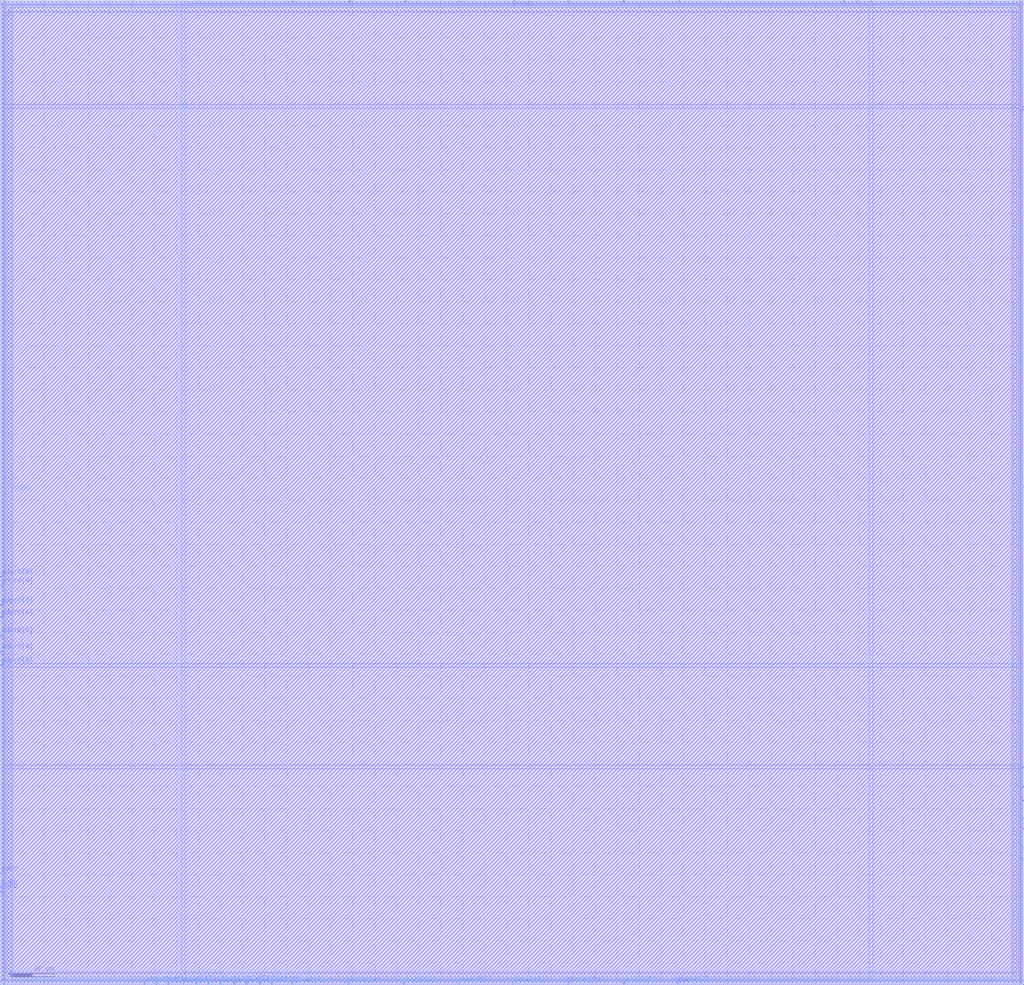
<source format=lef>
VERSION 5.4 ;
NAMESCASESENSITIVE ON ;
BUSBITCHARS "[]" ;
DIVIDERCHAR "/" ;
UNITS
  DATABASE MICRONS 2000 ;
END UNITS
MACRO sky130_sram_1kbyte_1rw1r_8x1024_8
   CLASS BLOCK ;
   SIZE 464.82 BY 447.14 ;
   SYMMETRY X Y R90 ;
   PIN din0[0]
      DIRECTION INPUT ;
      PORT
         LAYER met4 ;
         RECT  82.96 0.0 83.34 1.06 ;
      END
   END din0[0]
   PIN din0[1]
      DIRECTION INPUT ;
      PORT
         LAYER met4 ;
         RECT  89.08 0.0 89.46 1.06 ;
      END
   END din0[1]
   PIN din0[2]
      DIRECTION INPUT ;
      PORT
         LAYER met4 ;
         RECT  94.52 0.0 94.9 1.06 ;
      END
   END din0[2]
   PIN din0[3]
      DIRECTION INPUT ;
      PORT
         LAYER met4 ;
         RECT  99.96 0.0 100.34 1.06 ;
      END
   END din0[3]
   PIN din0[4]
      DIRECTION INPUT ;
      PORT
         LAYER met4 ;
         RECT  106.08 0.0 106.46 1.06 ;
      END
   END din0[4]
   PIN din0[5]
      DIRECTION INPUT ;
      PORT
         LAYER met4 ;
         RECT  111.52 0.0 111.9 1.06 ;
      END
   END din0[5]
   PIN din0[6]
      DIRECTION INPUT ;
      PORT
         LAYER met4 ;
         RECT  117.64 0.0 118.02 1.06 ;
      END
   END din0[6]
   PIN din0[7]
      DIRECTION INPUT ;
      PORT
         LAYER met4 ;
         RECT  123.08 0.0 123.46 1.06 ;
      END
   END din0[7]
   PIN addr0[0]
      DIRECTION INPUT ;
      PORT
         LAYER met4 ;
         RECT  65.28 0.0 65.66 1.06 ;
      END
   END addr0[0]
   PIN addr0[1]
      DIRECTION INPUT ;
      PORT
         LAYER met4 ;
         RECT  70.72 0.0 71.1 1.06 ;
      END
   END addr0[1]
   PIN addr0[2]
      DIRECTION INPUT ;
      PORT
         LAYER met4 ;
         RECT  76.16 0.0 76.54 1.06 ;
      END
   END addr0[2]
   PIN addr0[3]
      DIRECTION INPUT ;
      PORT
         LAYER met3 ;
         RECT  0.0 144.84 1.06 145.22 ;
      END
   END addr0[3]
   PIN addr0[4]
      DIRECTION INPUT ;
      PORT
         LAYER met3 ;
         RECT  0.0 150.96 1.06 151.34 ;
      END
   END addr0[4]
   PIN addr0[5]
      DIRECTION INPUT ;
      PORT
         LAYER met3 ;
         RECT  0.0 158.44 1.06 158.82 ;
      END
   END addr0[5]
   PIN addr0[6]
      DIRECTION INPUT ;
      PORT
         LAYER met3 ;
         RECT  0.0 166.6 1.06 166.98 ;
      END
   END addr0[6]
   PIN addr0[7]
      DIRECTION INPUT ;
      PORT
         LAYER met3 ;
         RECT  0.0 172.04 1.06 172.42 ;
      END
   END addr0[7]
   PIN addr0[8]
      DIRECTION INPUT ;
      PORT
         LAYER met3 ;
         RECT  0.0 180.88 1.06 181.26 ;
      END
   END addr0[8]
   PIN addr0[9]
      DIRECTION INPUT ;
      PORT
         LAYER met3 ;
         RECT  0.0 184.96 1.06 185.34 ;
      END
   END addr0[9]
   PIN addr1[0]
      DIRECTION INPUT ;
      PORT
         LAYER met4 ;
         RECT  395.08 446.08 395.46 447.14 ;
      END
   END addr1[0]
   PIN addr1[1]
      DIRECTION INPUT ;
      PORT
         LAYER met4 ;
         RECT  388.96 446.08 389.34 447.14 ;
      END
   END addr1[1]
   PIN addr1[2]
      DIRECTION INPUT ;
      PORT
         LAYER met4 ;
         RECT  382.84 446.08 383.22 447.14 ;
      END
   END addr1[2]
   PIN addr1[3]
      DIRECTION INPUT ;
      PORT
         LAYER met3 ;
         RECT  463.76 98.6 464.82 98.98 ;
      END
   END addr1[3]
   PIN addr1[4]
      DIRECTION INPUT ;
      PORT
         LAYER met3 ;
         RECT  463.76 89.76 464.82 90.14 ;
      END
   END addr1[4]
   PIN addr1[5]
      DIRECTION INPUT ;
      PORT
         LAYER met3 ;
         RECT  463.76 83.64 464.82 84.02 ;
      END
   END addr1[5]
   PIN addr1[6]
      DIRECTION INPUT ;
      PORT
         LAYER met3 ;
         RECT  463.76 75.48 464.82 75.86 ;
      END
   END addr1[6]
   PIN addr1[7]
      DIRECTION INPUT ;
      PORT
         LAYER met3 ;
         RECT  463.76 70.72 464.82 71.1 ;
      END
   END addr1[7]
   PIN addr1[8]
      DIRECTION INPUT ;
      PORT
         LAYER met3 ;
         RECT  463.76 61.88 464.82 62.26 ;
      END
   END addr1[8]
   PIN addr1[9]
      DIRECTION INPUT ;
      PORT
         LAYER met3 ;
         RECT  463.76 56.44 464.82 56.82 ;
      END
   END addr1[9]
   PIN csb0
      DIRECTION INPUT ;
      PORT
         LAYER met3 ;
         RECT  0.0 42.16 1.06 42.54 ;
      END
   END csb0
   PIN csb1
      DIRECTION INPUT ;
      PORT
         LAYER met3 ;
         RECT  463.76 398.48 464.82 398.86 ;
      END
   END csb1
   PIN web0
      DIRECTION INPUT ;
      PORT
         LAYER met3 ;
         RECT  0.0 50.32 1.06 50.7 ;
      END
   END web0
   PIN clk0
      DIRECTION INPUT ;
      PORT
         LAYER met3 ;
         RECT  0.0 44.2 1.06 44.58 ;
      END
   END clk0
   PIN clk1
      DIRECTION INPUT ;
      PORT
         LAYER met3 ;
         RECT  463.76 397.12 464.82 397.5 ;
      END
   END clk1
   PIN dout0[0]
      DIRECTION OUTPUT ;
      PORT
         LAYER met4 ;
         RECT  132.6 0.0 132.98 1.06 ;
      END
   END dout0[0]
   PIN dout0[1]
      DIRECTION OUTPUT ;
      PORT
         LAYER met4 ;
         RECT  157.76 0.0 158.14 1.06 ;
      END
   END dout0[1]
   PIN dout0[2]
      DIRECTION OUTPUT ;
      PORT
         LAYER met4 ;
         RECT  182.92 0.0 183.3 1.06 ;
      END
   END dout0[2]
   PIN dout0[3]
      DIRECTION OUTPUT ;
      PORT
         LAYER met4 ;
         RECT  208.08 0.0 208.46 1.06 ;
      END
   END dout0[3]
   PIN dout0[4]
      DIRECTION OUTPUT ;
      PORT
         LAYER met4 ;
         RECT  232.56 0.0 232.94 1.06 ;
      END
   END dout0[4]
   PIN dout0[5]
      DIRECTION OUTPUT ;
      PORT
         LAYER met4 ;
         RECT  257.72 0.0 258.1 1.06 ;
      END
   END dout0[5]
   PIN dout0[6]
      DIRECTION OUTPUT ;
      PORT
         LAYER met4 ;
         RECT  282.88 0.0 283.26 1.06 ;
      END
   END dout0[6]
   PIN dout0[7]
      DIRECTION OUTPUT ;
      PORT
         LAYER met4 ;
         RECT  307.36 0.0 307.74 1.06 ;
      END
   END dout0[7]
   PIN dout1[0]
      DIRECTION OUTPUT ;
      PORT
         LAYER met4 ;
         RECT  132.6 446.08 132.98 447.14 ;
      END
   END dout1[0]
   PIN dout1[1]
      DIRECTION OUTPUT ;
      PORT
         LAYER met4 ;
         RECT  158.44 446.08 158.82 447.14 ;
      END
   END dout1[1]
   PIN dout1[2]
      DIRECTION OUTPUT ;
      PORT
         LAYER met4 ;
         RECT  183.6 446.08 183.98 447.14 ;
      END
   END dout1[2]
   PIN dout1[3]
      DIRECTION OUTPUT ;
      PORT
         LAYER met4 ;
         RECT  208.08 446.08 208.46 447.14 ;
      END
   END dout1[3]
   PIN dout1[4]
      DIRECTION OUTPUT ;
      PORT
         LAYER met4 ;
         RECT  233.24 446.08 233.62 447.14 ;
      END
   END dout1[4]
   PIN dout1[5]
      DIRECTION OUTPUT ;
      PORT
         LAYER met4 ;
         RECT  257.72 446.08 258.1 447.14 ;
      END
   END dout1[5]
   PIN dout1[6]
      DIRECTION OUTPUT ;
      PORT
         LAYER met4 ;
         RECT  282.88 446.08 283.26 447.14 ;
      END
   END dout1[6]
   PIN dout1[7]
      DIRECTION OUTPUT ;
      PORT
         LAYER met4 ;
         RECT  308.04 446.08 308.42 447.14 ;
      END
   END dout1[7]
   PIN vccd1
      DIRECTION INOUT ;
      USE POWER ; 
      SHAPE ABUTMENT ; 
      PORT
         LAYER met3 ;
         RECT  3.4 3.4 461.42 5.14 ;
         LAYER met3 ;
         RECT  3.4 442.0 461.42 443.74 ;
         LAYER met4 ;
         RECT  459.68 3.4 461.42 443.74 ;
         LAYER met4 ;
         RECT  3.4 3.4 5.14 443.74 ;
      END
   END vccd1
   PIN vssd1
      DIRECTION INOUT ;
      USE GROUND ; 
      SHAPE ABUTMENT ; 
      PORT
         LAYER met3 ;
         RECT  0.0 0.0 464.82 1.74 ;
         LAYER met4 ;
         RECT  0.0 0.0 1.74 447.14 ;
         LAYER met4 ;
         RECT  463.08 0.0 464.82 447.14 ;
         LAYER met3 ;
         RECT  0.0 445.4 464.82 447.14 ;
      END
   END vssd1
   OBS
   LAYER  met1 ;
      RECT  0.62 0.62 464.2 446.52 ;
   LAYER  met2 ;
      RECT  0.62 0.62 464.2 446.52 ;
   LAYER  met3 ;
      RECT  1.66 144.24 464.2 145.82 ;
      RECT  0.62 145.82 1.66 150.36 ;
      RECT  0.62 151.94 1.66 157.84 ;
      RECT  0.62 159.42 1.66 166.0 ;
      RECT  0.62 167.58 1.66 171.44 ;
      RECT  0.62 173.02 1.66 180.28 ;
      RECT  0.62 181.86 1.66 184.36 ;
      RECT  1.66 98.0 463.16 99.58 ;
      RECT  1.66 99.58 463.16 144.24 ;
      RECT  463.16 99.58 464.2 144.24 ;
      RECT  463.16 90.74 464.2 98.0 ;
      RECT  463.16 84.62 464.2 89.16 ;
      RECT  463.16 76.46 464.2 83.04 ;
      RECT  463.16 71.7 464.2 74.88 ;
      RECT  463.16 62.86 464.2 70.12 ;
      RECT  463.16 57.42 464.2 61.28 ;
      RECT  1.66 145.82 463.16 397.88 ;
      RECT  1.66 397.88 463.16 399.46 ;
      RECT  0.62 51.3 1.66 144.24 ;
      RECT  0.62 43.14 1.66 43.6 ;
      RECT  0.62 45.18 1.66 49.72 ;
      RECT  463.16 145.82 464.2 396.52 ;
      RECT  1.66 2.8 2.8 5.74 ;
      RECT  1.66 5.74 2.8 98.0 ;
      RECT  2.8 5.74 462.02 98.0 ;
      RECT  462.02 2.8 463.16 5.74 ;
      RECT  462.02 5.74 463.16 98.0 ;
      RECT  1.66 399.46 2.8 441.4 ;
      RECT  1.66 441.4 2.8 444.34 ;
      RECT  2.8 399.46 462.02 441.4 ;
      RECT  462.02 399.46 463.16 441.4 ;
      RECT  462.02 441.4 463.16 444.34 ;
      RECT  463.16 2.34 464.2 55.84 ;
      RECT  0.62 2.34 1.66 41.56 ;
      RECT  1.66 2.34 2.8 2.8 ;
      RECT  2.8 2.34 462.02 2.8 ;
      RECT  462.02 2.34 463.16 2.8 ;
      RECT  0.62 185.94 1.66 444.8 ;
      RECT  463.16 399.46 464.2 444.8 ;
      RECT  1.66 444.34 2.8 444.8 ;
      RECT  2.8 444.34 462.02 444.8 ;
      RECT  462.02 444.34 463.16 444.8 ;
   LAYER  met4 ;
      RECT  82.36 1.66 83.94 446.52 ;
      RECT  83.94 0.62 88.48 1.66 ;
      RECT  90.06 0.62 93.92 1.66 ;
      RECT  95.5 0.62 99.36 1.66 ;
      RECT  100.94 0.62 105.48 1.66 ;
      RECT  107.06 0.62 110.92 1.66 ;
      RECT  112.5 0.62 117.04 1.66 ;
      RECT  118.62 0.62 122.48 1.66 ;
      RECT  66.26 0.62 70.12 1.66 ;
      RECT  71.7 0.62 75.56 1.66 ;
      RECT  77.14 0.62 82.36 1.66 ;
      RECT  83.94 1.66 394.48 445.48 ;
      RECT  394.48 1.66 396.06 445.48 ;
      RECT  389.94 445.48 394.48 446.52 ;
      RECT  383.82 445.48 388.36 446.52 ;
      RECT  124.06 0.62 132.0 1.66 ;
      RECT  133.58 0.62 157.16 1.66 ;
      RECT  158.74 0.62 182.32 1.66 ;
      RECT  183.9 0.62 207.48 1.66 ;
      RECT  209.06 0.62 231.96 1.66 ;
      RECT  233.54 0.62 257.12 1.66 ;
      RECT  258.7 0.62 282.28 1.66 ;
      RECT  283.86 0.62 306.76 1.66 ;
      RECT  83.94 445.48 132.0 446.52 ;
      RECT  133.58 445.48 157.84 446.52 ;
      RECT  159.42 445.48 183.0 446.52 ;
      RECT  184.58 445.48 207.48 446.52 ;
      RECT  209.06 445.48 232.64 446.52 ;
      RECT  234.22 445.48 257.12 446.52 ;
      RECT  258.7 445.48 282.28 446.52 ;
      RECT  283.86 445.48 307.44 446.52 ;
      RECT  309.02 445.48 382.24 446.52 ;
      RECT  396.06 1.66 459.08 2.8 ;
      RECT  396.06 2.8 459.08 444.34 ;
      RECT  396.06 444.34 459.08 445.48 ;
      RECT  459.08 1.66 462.02 2.8 ;
      RECT  459.08 444.34 462.02 445.48 ;
      RECT  2.8 1.66 5.74 2.8 ;
      RECT  2.8 444.34 5.74 446.52 ;
      RECT  5.74 1.66 82.36 2.8 ;
      RECT  5.74 2.8 82.36 444.34 ;
      RECT  5.74 444.34 82.36 446.52 ;
      RECT  2.34 0.62 64.68 1.66 ;
      RECT  2.34 1.66 2.8 2.8 ;
      RECT  2.34 2.8 2.8 444.34 ;
      RECT  2.34 444.34 2.8 446.52 ;
      RECT  396.06 445.48 462.48 446.52 ;
      RECT  308.34 0.62 462.48 1.66 ;
      RECT  462.02 1.66 462.48 2.8 ;
      RECT  462.02 2.8 462.48 444.34 ;
      RECT  462.02 444.34 462.48 445.48 ;
   END
END    sky130_sram_1kbyte_1rw1r_8x1024_8
END    LIBRARY

</source>
